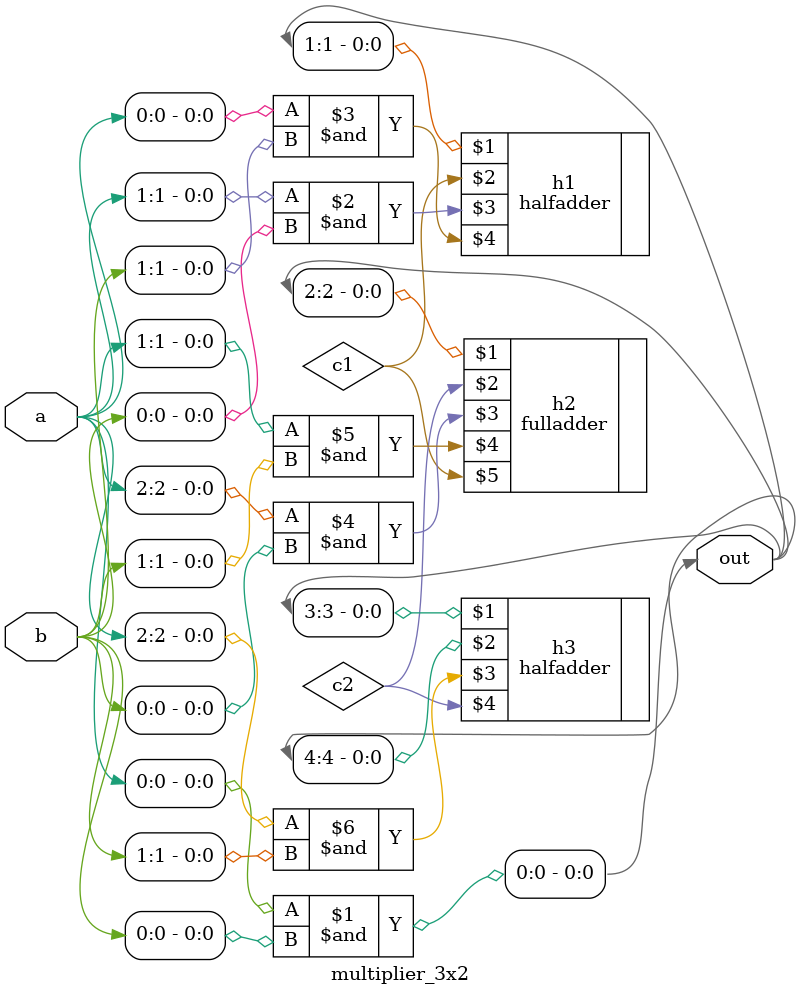
<source format=v>
`include "adder.v"

module multiplier_2x2 (output [3:0] out , input [1:0] a,b);

//                     a[1] a[0]
//                     b[1] b[0]
// -------------------------------
//            a[1]b[0]   a[0]b[0]
// a[1]b[1]   a[0]b[1]   X
// -------------------------------

wire tc;
assign out[0] = a[0]&b[0];
halfadder h1(out[1],tc, (a[1]&b[0]) , (a[0]&b[1]) );
halfadder h2(out[2],out[3], (a[1]&b[1]) , tc);

endmodule





module multiplier_3x2 (output [4:0] out, input [2:0] a, input [1:0] b);
wire c1,c2;
assign out[0] = a[0]&b[0];
halfadder h1(out[1],c1, (a[1]&b[0]), (a[0]&b[1]));
fulladder h2(out[2],c2, (a[2]&b[0]), (a[1]&b[1]), c1);
halfadder h3(out[3],out[4], (a[2]&b[1]), c2);

endmodule
</source>
